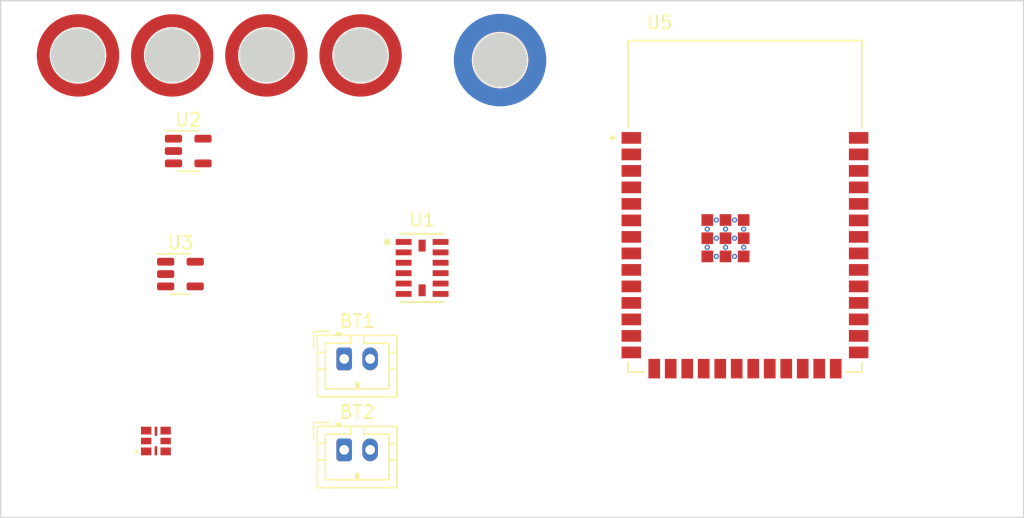
<source format=kicad_pcb>
(kicad_pcb (version 20221018) (generator pcbnew)
  (title_block (title "Danger Cookie") (rev "V1"))
  (layers (0 "F.Cu" signal) (31 "B.Cu" signal) (34 "B.Paste" user) (35 "F.Paste" user) (36 "B.SilkS" user "B.Silkscreen") (37 "F.SilkS" user "F.Silkscreen") (38 "B.Mask" user) (39 "F.Mask" user) (44 "Edge.Cuts" user))
  (net 0 "")
  (net 25 "Net-(BT1-+)")
  (net 26 "Net-(BT1--)")
  (net 65 "GND")
  (net 66 "+3.3V")
  (footprint "Package_TO_SOT_SMD:SOT-23-5" (layer "F.Cu") (at 50 48)
    (fp_text reference "U2" (at 0 -2.4) (layer "F.SilkS"))
    (fp_text value "MIC5219-5.0YM5")
    (fp_line (start 0 -1.56) (end -1.8 -1.56) (stroke (width 0.12)) (layer "F.SilkS"))
    (fp_line (start 0 -1.56) (end 0.8 -1.56) (stroke (width 0.12)) (layer "F.SilkS"))
    (fp_line (start 0 1.56) (end -0.8 1.56) (stroke (width 0.12)) (layer "F.SilkS"))
    (fp_line (start 0 1.56) (end 0.8 1.56) (stroke (width 0.12)) (layer "F.SilkS"))
    (pad "1" smd roundrect (at -1.1375 -0.95) (size 1.325 0.6) (layers "F.Cu" "F.Paste" "F.Mask"))
    (pad "2" smd roundrect (at -1.1375 0) (size 1.325 0.6) (layers "F.Cu" "F.Paste" "F.Mask"))
    (pad "3" smd roundrect (at -1.1375 0.95) (size 1.325 0.6) (layers "F.Cu" "F.Paste" "F.Mask"))
    (pad "4" smd roundrect (at 1.1375 0.95) (size 1.325 0.6) (layers "F.Cu" "F.Paste" "F.Mask"))
    (pad "5" smd roundrect (at 1.1375 -0.95) (size 1.325 0.6) (layers "F.Cu" "F.Paste" "F.Mask"))
  )
  (footprint "Connector_JST:JST_PH_B2B-PH-K_1x02_P2.00mm_Vertical" (layer "F.Cu") (at 62 64)
    (fp_text reference "BT1" (at 1 -2.9) (layer "F.SilkS"))
    (fp_text value "Battery_Cell")
    (fp_line (start -2.36 -2.11) (end -2.36 -0.86) (stroke (width 0.12)) (layer "F.SilkS"))
    (fp_line (start -2.06 -1.81) (end -2.06 2.91) (stroke (width 0.12)) (layer "F.SilkS"))
    (fp_line (start -2.06 -0.5) (end -1.45 -0.5) (stroke (width 0.12)) (layer "F.SilkS"))
    (fp_line (start -2.06 0.8) (end -1.45 0.8) (stroke (width 0.12)) (layer "F.SilkS"))
    (fp_line (start -2.06 2.91) (end 4.06 2.91) (stroke (width 0.12)) (layer "F.SilkS"))
    (fp_line (start -1.45 -1.2) (end -1.45 2.3) (stroke (width 0.12)) (layer "F.SilkS"))
    (fp_line (start -1.45 2.3) (end 3.45 2.3) (stroke (width 0.12)) (layer "F.SilkS"))
    (fp_line (start -1.11 -2.11) (end -2.36 -2.11) (stroke (width 0.12)) (layer "F.SilkS"))
    (fp_line (start -0.6 -2.01) (end -0.6 -1.81) (stroke (width 0.12)) (layer "F.SilkS"))
    (fp_line (start -0.3 -2.01) (end -0.6 -2.01) (stroke (width 0.12)) (layer "F.SilkS"))
    (fp_line (start -0.3 -1.91) (end -0.6 -1.91) (stroke (width 0.12)) (layer "F.SilkS"))
    (fp_line (start -0.3 -1.81) (end -0.3 -2.01) (stroke (width 0.12)) (layer "F.SilkS"))
    (fp_line (start 0.5 -1.81) (end 0.5 -1.2) (stroke (width 0.12)) (layer "F.SilkS"))
    (fp_line (start 0.5 -1.2) (end -1.45 -1.2) (stroke (width 0.12)) (layer "F.SilkS"))
    (fp_line (start 0.9 1.8) (end 1.1 1.8) (stroke (width 0.12)) (layer "F.SilkS"))
    (fp_line (start 0.9 2.3) (end 0.9 1.8) (stroke (width 0.12)) (layer "F.SilkS"))
    (fp_line (start 1 2.3) (end 1 1.8) (stroke (width 0.12)) (layer "F.SilkS"))
    (fp_line (start 1.1 1.8) (end 1.1 2.3) (stroke (width 0.12)) (layer "F.SilkS"))
    (fp_line (start 1.5 -1.2) (end 1.5 -1.81) (stroke (width 0.12)) (layer "F.SilkS"))
    (fp_line (start 3.45 -1.2) (end 1.5 -1.2) (stroke (width 0.12)) (layer "F.SilkS"))
    (fp_line (start 3.45 2.3) (end 3.45 -1.2) (stroke (width 0.12)) (layer "F.SilkS"))
    (fp_line (start 4.06 -1.81) (end -2.06 -1.81) (stroke (width 0.12)) (layer "F.SilkS"))
    (fp_line (start 4.06 -0.5) (end 3.45 -0.5) (stroke (width 0.12)) (layer "F.SilkS"))
    (fp_line (start 4.06 0.8) (end 3.45 0.8) (stroke (width 0.12)) (layer "F.SilkS"))
    (fp_line (start 4.06 2.91) (end 4.06 -1.81) (stroke (width 0.12)) (layer "F.SilkS"))
    (pad "1" thru_hole roundrect (at 0 0) (size 1.2 1.75) (drill 0.75) (layers "*.Cu" "*.Mask") (roundrect_rratio 0.208333) (net 25 "Net-(BT1-+)"))
    (pad "2" thru_hole oval (at 2 0) (size 1.2 1.75) (drill 0.75) (layers "*.Cu" "*.Mask") (net 26 "Net-(BT1--)"))
  )
  (footprint "Connector_JST:JST_PH_B2B-PH-K_1x02_P2.00mm_Vertical" (layer "F.Cu") (at 62 71)
    (fp_text reference "BT2" (at 1 -2.9) (layer "F.SilkS"))
    (fp_text value "Battery_Cell")
    (fp_line (start -2.36 -2.11) (end -2.36 -0.86) (stroke (width 0.12)) (layer "F.SilkS"))
    (fp_line (start -2.06 -1.81) (end -2.06 2.91) (stroke (width 0.12)) (layer "F.SilkS"))
    (fp_line (start -2.06 -0.5) (end -1.45 -0.5) (stroke (width 0.12)) (layer "F.SilkS"))
    (fp_line (start -2.06 0.8) (end -1.45 0.8) (stroke (width 0.12)) (layer "F.SilkS"))
    (fp_line (start -2.06 2.91) (end 4.06 2.91) (stroke (width 0.12)) (layer "F.SilkS"))
    (fp_line (start -1.45 -1.2) (end -1.45 2.3) (stroke (width 0.12)) (layer "F.SilkS"))
    (fp_line (start -1.45 2.3) (end 3.45 2.3) (stroke (width 0.12)) (layer "F.SilkS"))
    (fp_line (start -1.11 -2.11) (end -2.36 -2.11) (stroke (width 0.12)) (layer "F.SilkS"))
    (fp_line (start -0.6 -2.01) (end -0.6 -1.81) (stroke (width 0.12)) (layer "F.SilkS"))
    (fp_line (start -0.3 -2.01) (end -0.6 -2.01) (stroke (width 0.12)) (layer "F.SilkS"))
    (fp_line (start -0.3 -1.91) (end -0.6 -1.91) (stroke (width 0.12)) (layer "F.SilkS"))
    (fp_line (start -0.3 -1.81) (end -0.3 -2.01) (stroke (width 0.12)) (layer "F.SilkS"))
    (fp_line (start 0.5 -1.81) (end 0.5 -1.2) (stroke (width 0.12)) (layer "F.SilkS"))
    (fp_line (start 0.5 -1.2) (end -1.45 -1.2) (stroke (width 0.12)) (layer "F.SilkS"))
    (fp_line (start 0.9 1.8) (end 1.1 1.8) (stroke (width 0.12)) (layer "F.SilkS"))
    (fp_line (start 0.9 2.3) (end 0.9 1.8) (stroke (width 0.12)) (layer "F.SilkS"))
    (fp_line (start 1 2.3) (end 1 1.8) (stroke (width 0.12)) (layer "F.SilkS"))
    (fp_line (start 1.1 1.8) (end 1.1 2.3) (stroke (width 0.12)) (layer "F.SilkS"))
    (fp_line (start 1.5 -1.2) (end 1.5 -1.81) (stroke (width 0.12)) (layer "F.SilkS"))
    (fp_line (start 3.45 -1.2) (end 1.5 -1.2) (stroke (width 0.12)) (layer "F.SilkS"))
    (fp_line (start 3.45 2.3) (end 3.45 -1.2) (stroke (width 0.12)) (layer "F.SilkS"))
    (fp_line (start 4.06 -1.81) (end -2.06 -1.81) (stroke (width 0.12)) (layer "F.SilkS"))
    (fp_line (start 4.06 -0.5) (end 3.45 -0.5) (stroke (width 0.12)) (layer "F.SilkS"))
    (fp_line (start 4.06 0.8) (end 3.45 0.8) (stroke (width 0.12)) (layer "F.SilkS"))
    (fp_line (start 4.06 2.91) (end 4.06 -1.81) (stroke (width 0.12)) (layer "F.SilkS"))
    (pad "1" thru_hole roundrect (at 0 0) (size 1.2 1.75) (drill 0.75) (layers "*.Cu" "*.Mask") (roundrect_rratio 0.208333) (net 26 "Net-(BT1--)"))
    (pad "2" thru_hole oval (at 2 0) (size 1.2 1.75) (drill 0.75) (layers "*.Cu" "*.Mask") (net 65 "GND"))
  )
  (footprint "ADXL375:LGA_CC-14-1_ADI-M" (layer "F.Cu") (at 68 57)
    (fp_text reference "U1" (at 0 -3.7 unlocked) (layer "F.SilkS"))
    (fp_text value "ADXL375BCCZ-RL7")
    (fp_line (start -1.627 2.627) (end 1.627 2.627) (stroke (width 0.1524)) (layer "F.SilkS"))
    (fp_line (start 1.627 -2.627) (end -1.627 -2.627) (stroke (width 0.1524)) (layer "F.SilkS"))
    (fp_circle (center -2.7 -2) (end -2.5 -2) (stroke (width 0.1)) (fill solid) (layer "F.SilkS"))
    (pad "1" smd rect (at -1.421702 -2.000001 90) (size 0.4492 1.2194) (layers "F.Cu" "F.Paste" "F.Mask"))
    (pad "2" smd rect (at -1.421702 -1.2 90) (size 0.4492 1.2194) (layers "F.Cu" "F.Paste" "F.Mask"))
    (pad "3" smd rect (at -1.421702 -0.399999 90) (size 0.4492 1.2194) (layers "F.Cu" "F.Paste" "F.Mask"))
    (pad "4" smd rect (at -1.421702 0.399999 90) (size 0.4492 1.2194) (layers "F.Cu" "F.Paste" "F.Mask"))
    (pad "5" smd rect (at -1.421702 1.2 90) (size 0.4492 1.2194) (layers "F.Cu" "F.Paste" "F.Mask"))
    (pad "6" smd rect (at -1.421702 1.999999 90) (size 0.4492 1.2194) (layers "F.Cu" "F.Paste" "F.Mask"))
    (pad "7" smd rect (at 0 1.718498) (size 0.5508 0.9146) (layers "F.Cu" "F.Paste" "F.Mask"))
    (pad "8" smd rect (at 1.421702 2.000001 90) (size 0.4492 1.2194) (layers "F.Cu" "F.Paste" "F.Mask"))
    (pad "9" smd rect (at 1.421702 1.2 90) (size 0.4492 1.2194) (layers "F.Cu" "F.Paste" "F.Mask"))
    (pad "10" smd rect (at 1.421702 0.399999 90) (size 0.4492 1.2194) (layers "F.Cu" "F.Paste" "F.Mask"))
    (pad "11" smd rect (at 1.421702 -0.399999 90) (size 0.4492 1.2194) (layers "F.Cu" "F.Paste" "F.Mask"))
    (pad "12" smd rect (at 1.421702 -1.2 90) (size 0.4492 1.2194) (layers "F.Cu" "F.Paste" "F.Mask"))
    (pad "13" smd rect (at 1.421702 -1.999999 90) (size 0.4492 1.2194) (layers "F.Cu" "F.Paste" "F.Mask"))
    (pad "14" smd rect (at 0 -1.718498) (size 0.5508 0.9146) (layers "F.Cu" "F.Paste" "F.Mask"))
  )
  (footprint "Round_Nut:SMTSO2515" (layer "F.Cu") (at 48.765017 40.64)
    (fp_text reference "H2" hide)
    (fp_text value "~" hide)
    (fp_circle (center 0 0) (end 2.11 0) (fill solid) (layer "Edge.Cuts"))
    (pad "1" smd custom (at -2.675 0) (size 0.1 0.1) (layers "F.Cu" "F.Mask") (net 65 "GND") (options (clearance outline) (anchor rect)) (primitives (gr_circle (center 2.675 0) (end 5.35 0) (width 1) (fill none))))
  )
  (footprint "Round_Nut:SMTSO2515" (layer "F.Cu") (at 56.015 40.64)
    (fp_text reference "H3" hide)
    (fp_text value "~" hide)
    (fp_circle (center 0 0) (end 2.11 0) (fill solid) (layer "Edge.Cuts"))
    (pad "1" smd custom (at -2.675 0) (size 0.1 0.1) (layers "F.Cu" "F.Mask") (net 65 "GND") (options (clearance outline) (anchor rect)) (primitives (gr_circle (center 2.675 0) (end 5.35 0) (width 1) (fill none))))
  )
  (footprint "Package_TO_SOT_SMD:SOT-23-5" (layer "F.Cu") (at 49.3975 57.47)
    (fp_text reference "U3" (at 0 -2.4) (layer "F.SilkS"))
    (fp_text value "MIC5219-3.3YM5")
    (fp_line (start 0 -1.56) (end -1.8 -1.56) (stroke (width 0.12)) (layer "F.SilkS"))
    (fp_line (start 0 -1.56) (end 0.8 -1.56) (stroke (width 0.12)) (layer "F.SilkS"))
    (fp_line (start 0 1.56) (end -0.8 1.56) (stroke (width 0.12)) (layer "F.SilkS"))
    (fp_line (start 0 1.56) (end 0.8 1.56) (stroke (width 0.12)) (layer "F.SilkS"))
    (pad "1" smd roundrect (at -1.1375 -0.95) (size 1.325 0.6) (layers "F.Cu" "F.Paste" "F.Mask"))
    (pad "2" smd roundrect (at -1.1375 0) (size 1.325 0.6) (layers "F.Cu" "F.Paste" "F.Mask"))
    (pad "3" smd roundrect (at -1.1375 0.95) (size 1.325 0.6) (layers "F.Cu" "F.Paste" "F.Mask"))
    (pad "4" smd roundrect (at 1.1375 0.95) (size 1.325 0.6) (layers "F.Cu" "F.Paste" "F.Mask"))
    (pad "5" smd roundrect (at 1.1375 -0.95) (size 1.325 0.6) (layers "F.Cu" "F.Paste" "F.Mask"))
  )
  (footprint "Round_Nut:SMTSO2515_SW" (layer "F.Cu") (at 74 41)
    (fp_text reference "SW1" hide)
    (fp_text value "~" hide)
    (fp_circle (center 0 0) (end 2.11 0) (fill solid) (layer "Edge.Cuts"))
    (pad "1" smd custom (at -2.675 0) (size 0.1 0.1) (layers "F.Cu" "F.Mask") (net 25 "Net-(BT1-+)") (options (clearance outline) (anchor rect)) (primitives (gr_circle (center 2.675 0) (end 5.35 0) (width 1) (fill none))))
    (pad "2" smd custom (at -2.875 0) (size 0.1 0.1) (layers "B.Cu" "B.Mask") (options (clearance outline) (anchor rect)) (primitives (gr_circle (center 2.875 0) (end 5.75 0) (width 1.375) (fill none))))
  )
  (footprint "Round_Nut:SMTSO2515" (layer "F.Cu") (at 63.264983 40.64)
    (fp_text reference "H4" hide)
    (fp_text value "~" hide)
    (fp_circle (center 0 0) (end 2.11 0) (fill solid) (layer "Edge.Cuts"))
    (pad "1" smd custom (at -2.675 0) (size 0.1 0.1) (layers "F.Cu" "F.Mask") (net 65 "GND") (options (clearance outline) (anchor rect)) (primitives (gr_circle (center 2.675 0) (end 5.35 0) (width 1) (fill none))))
  )
  (footprint "Round_Nut:SMTSO2515" (layer "F.Cu") (at 41.515034 40.64)
    (fp_text reference "H1" hide)
    (fp_text value "~" hide)
    (fp_circle (center 0 0) (end 2.11 0) (fill solid) (layer "Edge.Cuts"))
    (pad "1" smd custom (at -2.675 0) (size 0.1 0.1) (layers "F.Cu" "F.Mask") (net 65 "GND") (options (clearance outline) (anchor rect)) (primitives (gr_circle (center 2.675 0) (end 5.35 0) (width 1) (fill none))))
  )
  (footprint "HD107S:HD107S" (layer "F.Cu") (at 47.51 70.32)
    (fp_text reference "D1" hide)
    (fp_text value "HD107S")
    (fp_circle (center -1.5 0.8) (end -1.4 0.8) (stroke (width 0.1)) (fill solid) (layer "F.SilkS"))
    (pad "1" smd rect (at -0.75 -0.8) (size 0.8 0.6) (layers "F.Cu" "F.Paste" "F.Mask"))
    (pad "1" smd rect (at 0 -0.75) (size 0.2 0.7) (layers "F.Cu" "F.Paste" "F.Mask"))
    (pad "2" smd rect (at -0.75 0) (size 0.8 0.5) (layers "F.Cu" "F.Paste" "F.Mask"))
    (pad "3" smd rect (at -0.75 0.8) (size 0.8 0.6) (layers "F.Cu" "F.Paste" "F.Mask"))
    (pad "4" smd rect (at 0 0.75) (size 0.2 0.7) (layers "F.Cu" "F.Paste" "F.Mask"))
    (pad "4" smd rect (at 0.75 -0.8) (size 0.8 0.6) (layers "F.Cu" "F.Paste" "F.Mask"))
    (pad "5" smd rect (at 0.75 0) (size 0.8 0.5) (layers "F.Cu" "F.Paste" "F.Mask"))
    (pad "6" smd rect (at 0.75 0.8) (size 0.8 0.6) (layers "F.Cu" "F.Paste" "F.Mask"))
  )
  (footprint "ESP32-S3-WROOM-1-N8R2:XCVR_ESP32-S3-WROOM-1-N8R2" (layer "F.Cu") (at 92.85 52.25)
    (fp_text reference "U5" (at -6.575 -14.135) (layer "F.SilkS"))
    (fp_text value "ESP32-S3-WROOM-1-N16")
    (fp_line (start -9 -12.75) (end 9 -12.75) (stroke (width 0.127)) (layer "F.SilkS"))
    (fp_line (start -9 -6.03) (end -9 -12.75) (stroke (width 0.127)) (layer "F.SilkS"))
    (fp_line (start -9 12.02) (end -9 12.75) (stroke (width 0.127)) (layer "F.SilkS"))
    (fp_line (start -9 12.75) (end -7.755 12.75) (stroke (width 0.127)) (layer "F.SilkS"))
    (fp_line (start 9 -12.75) (end 9 -6.03) (stroke (width 0.127)) (layer "F.SilkS"))
    (fp_line (start 9 12.02) (end 9 12.75) (stroke (width 0.127)) (layer "F.SilkS"))
    (fp_line (start 9 12.75) (end 7.755 12.75) (stroke (width 0.127)) (layer "F.SilkS"))
    (fp_circle (center -10.2 -5.26) (end -10.1 -5.26) (stroke (width 0.2)) (fill none) (layer "F.SilkS"))
    (pad "1" smd rect (at -8.75 -5.26) (size 1.5 0.9) (layers "F.Cu" "F.Paste" "F.Mask") (net 65 "GND"))
    (pad "2" smd rect (at -8.75 -3.99) (size 1.5 0.9) (layers "F.Cu" "F.Paste" "F.Mask") (net 66 "+3.3V"))
    (pad "3" smd rect (at -8.75 -2.72) (size 1.5 0.9) (layers "F.Cu" "F.Paste" "F.Mask"))
    (pad "4" smd rect (at -8.75 -1.45) (size 1.5 0.9) (layers "F.Cu" "F.Paste" "F.Mask"))
    (pad "5" smd rect (at -8.75 -0.18) (size 1.5 0.9) (layers "F.Cu" "F.Paste" "F.Mask"))
    (pad "6" smd rect (at -8.75 1.09) (size 1.5 0.9) (layers "F.Cu" "F.Paste" "F.Mask"))
    (pad "7" smd rect (at -8.75 2.36) (size 1.5 0.9) (layers "F.Cu" "F.Paste" "F.Mask"))
    (pad "8" smd rect (at -8.75 3.63) (size 1.5 0.9) (layers "F.Cu" "F.Paste" "F.Mask"))
    (pad "9" smd rect (at -8.75 4.9) (size 1.5 0.9) (layers "F.Cu" "F.Paste" "F.Mask"))
    (pad "10" smd rect (at -8.75 6.17) (size 1.5 0.9) (layers "F.Cu" "F.Paste" "F.Mask"))
    (pad "11" smd rect (at -8.75 7.44) (size 1.5 0.9) (layers "F.Cu" "F.Paste" "F.Mask"))
    (pad "12" smd rect (at -8.75 8.71) (size 1.5 0.9) (layers "F.Cu" "F.Paste" "F.Mask"))
    (pad "13" smd rect (at -8.75 9.98) (size 1.5 0.9) (layers "F.Cu" "F.Paste" "F.Mask"))
    (pad "14" smd rect (at -8.75 11.25) (size 1.5 0.9) (layers "F.Cu" "F.Paste" "F.Mask"))
    (pad "15" smd rect (at -6.985 12.5) (size 0.9 1.5) (layers "F.Cu" "F.Paste" "F.Mask"))
    (pad "16" smd rect (at -5.715 12.5) (size 0.9 1.5) (layers "F.Cu" "F.Paste" "F.Mask"))
    (pad "17" smd rect (at -4.445 12.5) (size 0.9 1.5) (layers "F.Cu" "F.Paste" "F.Mask"))
    (pad "18" smd rect (at -3.175 12.5) (size 0.9 1.5) (layers "F.Cu" "F.Paste" "F.Mask"))
    (pad "19" smd rect (at -1.905 12.5) (size 0.9 1.5) (layers "F.Cu" "F.Paste" "F.Mask"))
    (pad "20" smd rect (at -0.635 12.5) (size 0.9 1.5) (layers "F.Cu" "F.Paste" "F.Mask"))
    (pad "21" smd rect (at 0.635 12.5) (size 0.9 1.5) (layers "F.Cu" "F.Paste" "F.Mask"))
    (pad "22" smd rect (at 1.905 12.5) (size 0.9 1.5) (layers "F.Cu" "F.Paste" "F.Mask"))
    (pad "23" smd rect (at 3.175 12.5) (size 0.9 1.5) (layers "F.Cu" "F.Paste" "F.Mask"))
    (pad "24" smd rect (at 4.445 12.5) (size 0.9 1.5) (layers "F.Cu" "F.Paste" "F.Mask"))
    (pad "25" smd rect (at 5.715 12.5) (size 0.9 1.5) (layers "F.Cu" "F.Paste" "F.Mask"))
    (pad "26" smd rect (at 6.985 12.5) (size 0.9 1.5) (layers "F.Cu" "F.Paste" "F.Mask"))
    (pad "27" smd rect (at 8.75 11.25) (size 1.5 0.9) (layers "F.Cu" "F.Paste" "F.Mask"))
    (pad "28" smd rect (at 8.75 9.98) (size 1.5 0.9) (layers "F.Cu" "F.Paste" "F.Mask"))
    (pad "29" smd rect (at 8.75 8.71) (size 1.5 0.9) (layers "F.Cu" "F.Paste" "F.Mask"))
    (pad "30" smd rect (at 8.75 7.44) (size 1.5 0.9) (layers "F.Cu" "F.Paste" "F.Mask"))
    (pad "31" smd rect (at 8.75 6.17) (size 1.5 0.9) (layers "F.Cu" "F.Paste" "F.Mask"))
    (pad "32" smd rect (at 8.75 4.9) (size 1.5 0.9) (layers "F.Cu" "F.Paste" "F.Mask"))
    (pad "33" smd rect (at 8.75 3.63) (size 1.5 0.9) (layers "F.Cu" "F.Paste" "F.Mask"))
    (pad "34" smd rect (at 8.75 2.36) (size 1.5 0.9) (layers "F.Cu" "F.Paste" "F.Mask"))
    (pad "35" smd rect (at 8.75 1.09) (size 1.5 0.9) (layers "F.Cu" "F.Paste" "F.Mask"))
    (pad "36" smd rect (at 8.75 -0.18) (size 1.5 0.9) (layers "F.Cu" "F.Paste" "F.Mask"))
    (pad "37" smd rect (at 8.75 -1.45) (size 1.5 0.9) (layers "F.Cu" "F.Paste" "F.Mask"))
    (pad "38" smd rect (at 8.75 -2.72) (size 1.5 0.9) (layers "F.Cu" "F.Paste" "F.Mask"))
    (pad "39" smd rect (at 8.75 -3.99) (size 1.5 0.9) (layers "F.Cu" "F.Paste" "F.Mask"))
    (pad "40" smd rect (at 8.75 -5.26) (size 1.5 0.9) (layers "F.Cu" "F.Paste" "F.Mask") (net 65 "GND"))
    (pad "41_1" smd rect (at -1.5 2.46) (size 0.9 0.9) (layers "F.Cu" "F.Paste" "F.Mask") (net 65 "GND"))
    (pad "41_2" smd rect (at -2.9 2.46) (size 0.9 0.9) (layers "F.Cu" "F.Paste" "F.Mask") (net 65 "GND"))
    (pad "41_3" smd rect (at -0.1 2.46) (size 0.9 0.9) (layers "F.Cu" "F.Paste" "F.Mask") (net 65 "GND"))
    (pad "41_4" smd rect (at -2.9 3.86) (size 0.9 0.9) (layers "F.Cu" "F.Paste" "F.Mask") (net 65 "GND"))
    (pad "41_5" smd rect (at -1.5 3.86) (size 0.9 0.9) (layers "F.Cu" "F.Paste" "F.Mask") (net 65 "GND"))
    (pad "41_6" smd rect (at -0.1 3.86) (size 0.9 0.9) (layers "F.Cu" "F.Paste" "F.Mask") (net 65 "GND"))
    (pad "41_7" smd rect (at -2.9 1.06) (size 0.9 0.9) (layers "F.Cu" "F.Paste" "F.Mask") (net 65 "GND"))
    (pad "41_8" smd rect (at -1.5 1.06) (size 0.9 0.9) (layers "F.Cu" "F.Paste" "F.Mask") (net 65 "GND"))
    (pad "41_9" smd rect (at -0.1 1.06) (size 0.9 0.9) (layers "F.Cu" "F.Paste" "F.Mask") (net 65 "GND"))
    (pad "41_10" thru_hole circle (at -1.5 1.76) (size 0.4 0.4) (drill 0.2) (layers "*.Cu"))
    (pad "41_11" thru_hole circle (at -2.9 1.76) (size 0.4 0.4) (drill 0.2) (layers "*.Cu"))
    (pad "41_12" thru_hole circle (at -0.1 1.76) (size 0.4 0.4) (drill 0.2) (layers "*.Cu"))
    (pad "41_13" thru_hole circle (at -2.9 3.16) (size 0.4 0.4) (drill 0.2) (layers "*.Cu"))
    (pad "41_14" thru_hole circle (at -1.5 3.16) (size 0.4 0.4) (drill 0.2) (layers "*.Cu"))
    (pad "41_15" thru_hole circle (at -0.1 3.16) (size 0.4 0.4) (drill 0.2) (layers "*.Cu"))
    (pad "41_16" thru_hole circle (at -2.2 1.06) (size 0.4 0.4) (drill 0.2) (layers "*.Cu"))
    (pad "41_17" thru_hole circle (at -0.8 1.06) (size 0.4 0.4) (drill 0.2) (layers "*.Cu"))
    (pad "41_18" thru_hole circle (at -2.2 2.46) (size 0.4 0.4) (drill 0.2) (layers "*.Cu"))
    (pad "41_19" thru_hole circle (at -0.8 2.46) (size 0.4 0.4) (drill 0.2) (layers "*.Cu"))
    (pad "41_20" thru_hole circle (at -2.2 3.86) (size 0.4 0.4) (drill 0.2) (layers "*.Cu"))
    (pad "41_21" thru_hole circle (at -0.8 3.86) (size 0.4 0.4) (drill 0.2) (layers "*.Cu"))
  )
  (gr_rect (start 35.56 36.425712) (end 114.3 76.2) (stroke (width 0.1)) (fill none) (layer "Edge.Cuts"))
)
</source>
